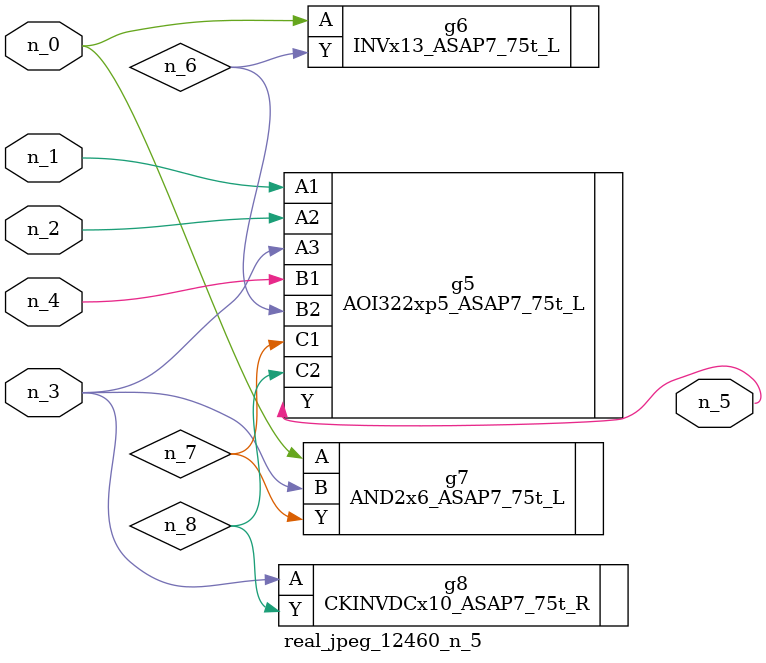
<source format=v>
module real_jpeg_12460_n_5 (n_4, n_0, n_1, n_2, n_3, n_5);

input n_4;
input n_0;
input n_1;
input n_2;
input n_3;

output n_5;

wire n_8;
wire n_6;
wire n_7;

INVx13_ASAP7_75t_L g6 ( 
.A(n_0),
.Y(n_6)
);

AND2x6_ASAP7_75t_L g7 ( 
.A(n_0),
.B(n_3),
.Y(n_7)
);

AOI322xp5_ASAP7_75t_L g5 ( 
.A1(n_1),
.A2(n_2),
.A3(n_3),
.B1(n_4),
.B2(n_6),
.C1(n_7),
.C2(n_8),
.Y(n_5)
);

CKINVDCx10_ASAP7_75t_R g8 ( 
.A(n_3),
.Y(n_8)
);


endmodule
</source>
